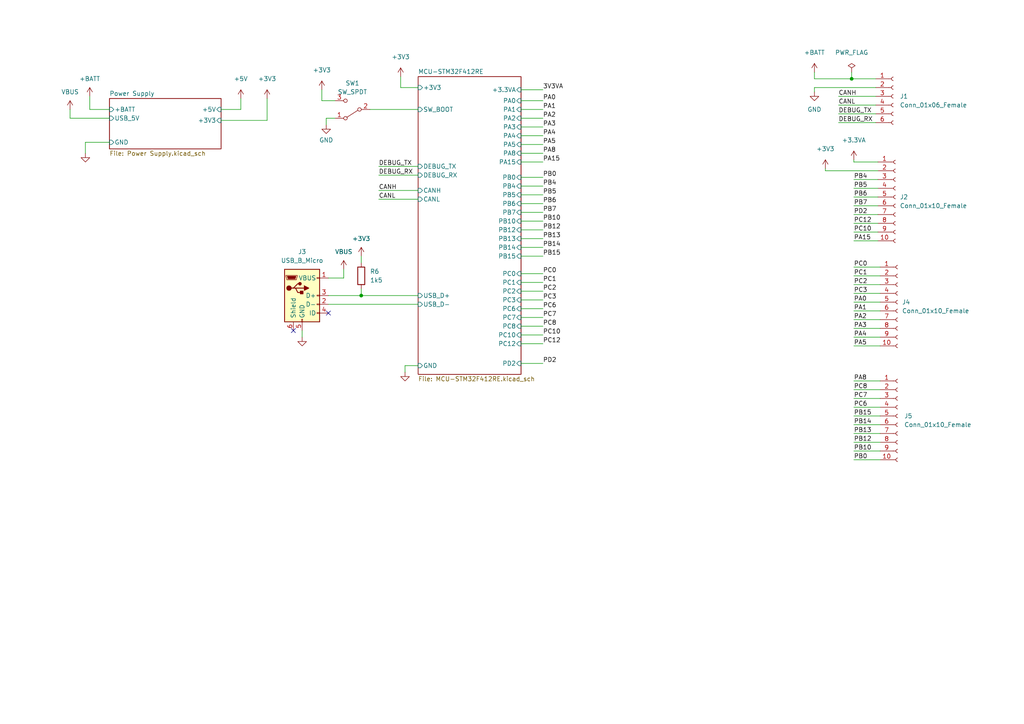
<source format=kicad_sch>
(kicad_sch (version 20211123) (generator eeschema)
  (paper "A4")
  (title_block (title "stm32-som") (rev "0.1") (company "Flyover Embedded"))
  (lib_symbols
    (symbol "Connector:Conn_01x06_Female" (pin_names (offset 1.016) hide)
      (property "Reference" "J" (at 0 7.62 0))
      (property "Value" "Conn_01x06_Female" (at 0 -10.16 0))
      (symbol "Conn_01x06_Female_1_1"
        (arc (start 0 -7.112) (mid -0.508 -7.62) (end 0 -8.128) (stroke (width 0.1524)))
        (arc (start 0 -4.572) (mid -0.508 -5.08) (end 0 -5.588) (stroke (width 0.1524)))
        (arc (start 0 -2.032) (mid -0.508 -2.54) (end 0 -3.048) (stroke (width 0.1524)))
        (polyline (pts (xy -1.27 -7.62) (xy -0.508 -7.62)) (stroke (width 0.1524)))
        (polyline (pts (xy -1.27 -5.08) (xy -0.508 -5.08)) (stroke (width 0.1524)))
        (polyline (pts (xy -1.27 -2.54) (xy -0.508 -2.54)) (stroke (width 0.1524)))
        (polyline (pts (xy -1.27 0) (xy -0.508 0)) (stroke (width 0.1524)))
        (polyline (pts (xy -1.27 2.54) (xy -0.508 2.54)) (stroke (width 0.1524)))
        (polyline (pts (xy -1.27 5.08) (xy -0.508 5.08)) (stroke (width 0.1524)))
        (arc (start 0 0.508) (mid -0.508 0) (end 0 -0.508) (stroke (width 0.1524)))
        (arc (start 0 3.048) (mid -0.508 2.54) (end 0 2.032) (stroke (width 0.1524)))
        (arc (start 0 5.588) (mid -0.508 5.08) (end 0 4.572) (stroke (width 0.1524)))
        (pin passive line (at -5.08 5.08 0) (length 3.81) (name "Pin_1") (number "1"))
        (pin passive line (at -5.08 2.54 0) (length 3.81) (name "Pin_2") (number "2"))
        (pin passive line (at -5.08 0 0) (length 3.81) (name "Pin_3") (number "3"))
        (pin passive line (at -5.08 -2.54 0) (length 3.81) (name "Pin_4") (number "4"))
        (pin passive line (at -5.08 -5.08 0) (length 3.81) (name "Pin_5") (number "5"))
        (pin passive line (at -5.08 -7.62 0) (length 3.81) (name "Pin_6") (number "6"))
      )
    )
    (symbol "Connector:Conn_01x10_Female" (pin_names (offset 1.016) hide)
      (property "Reference" "J" (at 0 12.7 0))
      (property "Value" "Conn_01x10_Female" (at 0 -15.24 0))
      (symbol "Conn_01x10_Female_1_1"
        (arc (start 0 -12.192) (mid -0.508 -12.7) (end 0 -13.208) (stroke (width 0.1524)))
        (arc (start 0 -9.652) (mid -0.508 -10.16) (end 0 -10.668) (stroke (width 0.1524)))
        (arc (start 0 -7.112) (mid -0.508 -7.62) (end 0 -8.128) (stroke (width 0.1524)))
        (arc (start 0 -4.572) (mid -0.508 -5.08) (end 0 -5.588) (stroke (width 0.1524)))
        (arc (start 0 -2.032) (mid -0.508 -2.54) (end 0 -3.048) (stroke (width 0.1524)))
        (polyline (pts (xy -1.27 -12.7) (xy -0.508 -12.7)) (stroke (width 0.1524)))
        (polyline (pts (xy -1.27 -10.16) (xy -0.508 -10.16)) (stroke (width 0.1524)))
        (polyline (pts (xy -1.27 -7.62) (xy -0.508 -7.62)) (stroke (width 0.1524)))
        (polyline (pts (xy -1.27 -5.08) (xy -0.508 -5.08)) (stroke (width 0.1524)))
        (polyline (pts (xy -1.27 -2.54) (xy -0.508 -2.54)) (stroke (width 0.1524)))
        (polyline (pts (xy -1.27 0) (xy -0.508 0)) (stroke (width 0.1524)))
        (polyline (pts (xy -1.27 2.54) (xy -0.508 2.54)) (stroke (width 0.1524)))
        (polyline (pts (xy -1.27 5.08) (xy -0.508 5.08)) (stroke (width 0.1524)))
        (polyline (pts (xy -1.27 7.62) (xy -0.508 7.62)) (stroke (width 0.1524)))
        (polyline (pts (xy -1.27 10.16) (xy -0.508 10.16)) (stroke (width 0.1524)))
        (arc (start 0 0.508) (mid -0.508 0) (end 0 -0.508) (stroke (width 0.1524)))
        (arc (start 0 3.048) (mid -0.508 2.54) (end 0 2.032) (stroke (width 0.1524)))
        (arc (start 0 5.588) (mid -0.508 5.08) (end 0 4.572) (stroke (width 0.1524)))
        (arc (start 0 8.128) (mid -0.508 7.62) (end 0 7.112) (stroke (width 0.1524)))
        (arc (start 0 10.668) (mid -0.508 10.16) (end 0 9.652) (stroke (width 0.1524)))
        (pin passive line (at -5.08 10.16 0) (length 3.81) (name "Pin_1") (number "1"))
        (pin passive line (at -5.08 -12.7 0) (length 3.81) (name "Pin_10") (number "10"))
        (pin passive line (at -5.08 7.62 0) (length 3.81) (name "Pin_2") (number "2"))
        (pin passive line (at -5.08 5.08 0) (length 3.81) (name "Pin_3") (number "3"))
        (pin passive line (at -5.08 2.54 0) (length 3.81) (name "Pin_4") (number "4"))
        (pin passive line (at -5.08 0 0) (length 3.81) (name "Pin_5") (number "5"))
        (pin passive line (at -5.08 -2.54 0) (length 3.81) (name "Pin_6") (number "6"))
        (pin passive line (at -5.08 -5.08 0) (length 3.81) (name "Pin_7") (number "7"))
        (pin passive line (at -5.08 -7.62 0) (length 3.81) (name "Pin_8") (number "8"))
        (pin passive line (at -5.08 -10.16 0) (length 3.81) (name "Pin_9") (number "9"))
      )
    )
    (symbol "Connector:USB_B_Micro" (pin_names (offset 1.016))
      (property "Reference" "J" (at -5.08 11.43 0))
      (property "Value" "USB_B_Micro" (at -5.08 8.89 0))
      (symbol "USB_B_Micro_0_1"
        (rectangle (start -5.08 -7.62) (end 5.08 7.62) (stroke (width 0.254)) (fill (type background)))
        (circle (center -3.81 2.159) (radius 0.635) (stroke (width 0.254)) (fill (type outline)))
        (circle (center -0.635 3.429) (radius 0.381) (stroke (width 0.254)) (fill (type outline)))
        (rectangle (start -0.127 -7.62) (end 0.127 -6.858))
        (polyline (pts (xy -1.905 2.159) (xy 0.635 2.159)) (stroke (width 0.254)))
        (polyline (pts (xy -3.175 2.159) (xy -2.54 2.159) (xy -1.27 3.429) (xy -0.635 3.429)) (stroke (width 0.254)))
        (polyline (pts (xy -2.54 2.159) (xy -1.905 2.159) (xy -1.27 0.889) (xy 0 0.889)) (stroke (width 0.254)))
        (polyline (pts (xy 0.635 2.794) (xy 0.635 1.524) (xy 1.905 2.159) (xy 0.635 2.794)) (stroke (width 0.254)) (fill (type outline)))
        (polyline (pts (xy -4.318 5.588) (xy -1.778 5.588) (xy -2.032 4.826) (xy -4.064 4.826) (xy -4.318 5.588)) (fill (type outline)))
        (polyline (pts (xy -4.699 5.842) (xy -4.699 5.588) (xy -4.445 4.826) (xy -4.445 4.572) (xy -1.651 4.572) (xy -1.651 4.826) (xy -1.397 5.588) (xy -1.397 5.842) (xy -4.699 5.842)))
        (rectangle (start 0.254 1.27) (end -0.508 0.508) (stroke (width 0.254)) (fill (type outline)))
        (rectangle (start 5.08 -5.207) (end 4.318 -4.953))
        (rectangle (start 5.08 -2.667) (end 4.318 -2.413))
        (rectangle (start 5.08 -0.127) (end 4.318 0.127))
        (rectangle (start 5.08 4.953) (end 4.318 5.207))
      )
      (symbol "USB_B_Micro_1_1"
        (pin power_out line (at 7.62 5.08 180) (length 2.54) (name "VBUS") (number "1"))
        (pin bidirectional line (at 7.62 -2.54 180) (length 2.54) (name "D-") (number "2"))
        (pin bidirectional line (at 7.62 0 180) (length 2.54) (name "D+") (number "3"))
        (pin passive line (at 7.62 -5.08 180) (length 2.54) (name "ID") (number "4"))
        (pin power_out line (at 0 -10.16 90) (length 2.54) (name "GND") (number "5"))
        (pin passive line (at -2.54 -10.16 90) (length 2.54) (name "Shield") (number "6"))
      )
    )
    (symbol "Device:R" (pin_numbers hide) (pin_names (offset 0))
      (property "Reference" "R" (at 2.032 0 90))
      (property "Value" "R" (at 0 0 90))
      (symbol "R_0_1"
        (rectangle (start -1.016 -2.54) (end 1.016 2.54) (stroke (width 0.254)))
      )
      (symbol "R_1_1"
        (pin passive line (at 0 3.81 270) (length 1.27) (name "~") (number "1"))
        (pin passive line (at 0 -3.81 90) (length 1.27) (name "~") (number "2"))
      )
    )
    (symbol "Switch:SW_SPDT" (pin_names (offset 0) hide)
      (property "Reference" "SW" (at 0 4.318 0))
      (property "Value" "SW_SPDT" (at 0 -5.08 0))
      (symbol "SW_SPDT_0_0"
        (circle (center -2.032 0) (radius 0.508))
        (circle (center 2.032 -2.54) (radius 0.508))
      )
      (symbol "SW_SPDT_0_1"
        (polyline (pts (xy -1.524 0.254) (xy 1.651 2.286)))
        (circle (center 2.032 2.54) (radius 0.508))
      )
      (symbol "SW_SPDT_1_1"
        (pin passive line (at 5.08 2.54 180) (length 2.54) (name "A") (number "1"))
        (pin passive line (at -5.08 0 0) (length 2.54) (name "B") (number "2"))
        (pin passive line (at 5.08 -2.54 180) (length 2.54) (name "C") (number "3"))
      )
    )
    (symbol "power:+3.3VA" (power) (pin_names (offset 0))
      (property "Value" "+3.3VA" (at 0 3.556 0))
      (symbol "+3.3VA_0_1"
        (polyline (pts (xy -0.762 1.27) (xy 0 2.54)))
        (polyline (pts (xy 0 0) (xy 0 2.54)))
        (polyline (pts (xy 0 2.54) (xy 0.762 1.27)))
      )
      (symbol "+3.3VA_1_1"
        (pin power_in line (at 0 0 90) (length 0) hide (name "+3.3VA") (number "1"))
      )
    )
    (symbol "power:+3V3" (power) (pin_names (offset 0))
      (property "Value" "+3V3" (at 0 3.556 0))
      (symbol "+3V3_0_1"
        (polyline (pts (xy -0.762 1.27) (xy 0 2.54)))
        (polyline (pts (xy 0 0) (xy 0 2.54)))
        (polyline (pts (xy 0 2.54) (xy 0.762 1.27)))
      )
      (symbol "+3V3_1_1"
        (pin power_in line (at 0 0 90) (length 0) hide (name "+3V3") (number "1"))
      )
    )
    (symbol "power:+5V" (power) (pin_names (offset 0))
      (property "Value" "+5V" (at 0 3.556 0))
      (symbol "+5V_0_1"
        (polyline (pts (xy -0.762 1.27) (xy 0 2.54)))
        (polyline (pts (xy 0 0) (xy 0 2.54)))
        (polyline (pts (xy 0 2.54) (xy 0.762 1.27)))
      )
      (symbol "+5V_1_1"
        (pin power_in line (at 0 0 90) (length 0) hide (name "+5V") (number "1"))
      )
    )
    (symbol "power:+BATT" (power) (pin_names (offset 0))
      (property "Value" "+BATT" (at 0 3.556 0))
      (symbol "+BATT_0_1"
        (polyline (pts (xy -0.762 1.27) (xy 0 2.54)))
        (polyline (pts (xy 0 0) (xy 0 2.54)))
        (polyline (pts (xy 0 2.54) (xy 0.762 1.27)))
      )
      (symbol "+BATT_1_1"
        (pin power_in line (at 0 0 90) (length 0) hide (name "+BATT") (number "1"))
      )
    )
    (symbol "power:GND" (power) (pin_names (offset 0))
      (property "Value" "GND" (at 0 -3.81 0))
      (symbol "GND_0_1"
        (polyline (pts (xy 0 0) (xy 0 -1.27) (xy 1.27 -1.27) (xy 0 -2.54) (xy -1.27 -1.27) (xy 0 -1.27)))
      )
      (symbol "GND_1_1"
        (pin power_in line (at 0 0 270) (length 0) hide (name "GND") (number "1"))
      )
    )
    (symbol "power:PWR_FLAG" (power) (pin_numbers hide) (pin_names (offset 0) hide)
      (property "Value" "PWR_FLAG" (at 0 3.81 0))
      (symbol "PWR_FLAG_0_0"
        (pin power_out line (at 0 0 90) (length 0) (name "pwr") (number "1"))
      )
      (symbol "PWR_FLAG_0_1"
        (polyline (pts (xy 0 0) (xy 0 1.27) (xy -1.016 1.905) (xy 0 2.54) (xy 1.016 1.905) (xy 0 1.27)))
      )
    )
    (symbol "power:VBUS" (power) (pin_names (offset 0))
      (property "Value" "VBUS" (at 0 3.81 0))
      (symbol "VBUS_0_1"
        (polyline (pts (xy -0.762 1.27) (xy 0 2.54)))
        (polyline (pts (xy 0 0) (xy 0 2.54)))
        (polyline (pts (xy 0 2.54) (xy 0.762 1.27)))
      )
      (symbol "VBUS_1_1"
        (pin power_in line (at 0 0 90) (length 0) hide (name "VBUS") (number "1"))
      )
    )
  )
  (junction (at 247.015 22.86))
  (junction (at 104.775 85.725))
  (no_connect (at 95.25 90.805))
  (no_connect (at 85.09 95.885))
  (wire (pts (xy 26.035 27.94) (xy 26.035 31.75)))
  (wire (pts (xy 64.135 34.925) (xy 77.47 34.925)))
  (wire (pts (xy 247.015 22.86) (xy 254 22.86)))
  (wire (pts (xy 151.13 79.375) (xy 157.48 79.375)))
  (wire (pts (xy 94.615 34.29) (xy 97.155 34.29)))
  (wire (pts (xy 247.65 69.85) (xy 254.635 69.85)))
  (wire (pts (xy 104.775 85.725) (xy 121.285 85.725)))
  (wire (pts (xy 247.65 92.71) (xy 255.27 92.71)))
  (wire (pts (xy 151.13 53.975) (xy 157.48 53.975)))
  (wire (pts (xy 151.13 56.515) (xy 157.48 56.515)))
  (wire (pts (xy 243.205 33.02) (xy 254 33.02)))
  (wire (pts (xy 95.25 88.265) (xy 121.285 88.265)))
  (wire (pts (xy 99.695 78.105) (xy 99.695 80.645)))
  (wire (pts (xy 77.47 34.925) (xy 77.47 28.575)))
  (wire (pts (xy 151.13 74.295) (xy 157.48 74.295)))
  (wire (pts (xy 151.13 105.41) (xy 157.48 105.41)))
  (wire (pts (xy 247.65 110.49) (xy 255.27 110.49)))
  (wire (pts (xy 151.13 29.21) (xy 157.48 29.21)))
  (wire (pts (xy 247.65 130.81) (xy 255.27 130.81)))
  (wire (pts (xy 151.13 66.675) (xy 157.48 66.675)))
  (wire (pts (xy 151.13 51.435) (xy 157.48 51.435)))
  (wire (pts (xy 247.65 64.77) (xy 254.635 64.77)))
  (wire (pts (xy 247.65 128.27) (xy 255.27 128.27)))
  (wire (pts (xy 247.65 90.17) (xy 255.27 90.17)))
  (wire (pts (xy 87.63 95.885) (xy 87.63 97.79)))
  (wire (pts (xy 247.015 20.955) (xy 247.015 22.86)))
  (wire (pts (xy 151.13 34.29) (xy 157.48 34.29)))
  (wire (pts (xy 247.65 54.61) (xy 254.635 54.61)))
  (wire (pts (xy 247.65 120.65) (xy 255.27 120.65)))
  (wire (pts (xy 107.315 31.75) (xy 121.285 31.75)))
  (wire (pts (xy 236.22 22.86) (xy 247.015 22.86)))
  (wire (pts (xy 151.13 89.535) (xy 157.48 89.535)))
  (wire (pts (xy 93.345 29.21) (xy 97.155 29.21)))
  (wire (pts (xy 109.855 57.785) (xy 121.285 57.785)))
  (wire (pts (xy 151.13 44.45) (xy 157.48 44.45)))
  (wire (pts (xy 99.695 80.645) (xy 95.25 80.645)))
  (wire (pts (xy 151.13 26.035) (xy 157.48 26.035)))
  (wire (pts (xy 243.205 30.48) (xy 254 30.48)))
  (wire (pts (xy 247.65 57.15) (xy 254.635 57.15)))
  (wire (pts (xy 247.65 77.47) (xy 255.27 77.47)))
  (wire (pts (xy 151.13 71.755) (xy 157.48 71.755)))
  (wire (pts (xy 247.65 85.09) (xy 255.27 85.09)))
  (wire (pts (xy 151.13 84.455) (xy 157.48 84.455)))
  (wire (pts (xy 151.13 39.37) (xy 157.48 39.37)))
  (wire (pts (xy 109.855 55.245) (xy 121.285 55.245)))
  (wire (pts (xy 151.13 59.055) (xy 157.48 59.055)))
  (wire (pts (xy 247.65 123.19) (xy 255.27 123.19)))
  (wire (pts (xy 117.475 107.95) (xy 117.475 106.045)))
  (wire (pts (xy 254.635 49.53) (xy 239.395 49.53)))
  (wire (pts (xy 151.13 36.83) (xy 157.48 36.83)))
  (wire (pts (xy 151.13 81.915) (xy 157.48 81.915)))
  (wire (pts (xy 243.205 27.94) (xy 254 27.94)))
  (wire (pts (xy 95.25 85.725) (xy 104.775 85.725)))
  (wire (pts (xy 236.22 25.4) (xy 254 25.4)))
  (wire (pts (xy 247.65 113.03) (xy 255.27 113.03)))
  (wire (pts (xy 24.765 44.45) (xy 24.765 41.275)))
  (wire (pts (xy 247.65 133.35) (xy 255.27 133.35)))
  (wire (pts (xy 109.855 48.26) (xy 121.285 48.26)))
  (wire (pts (xy 247.65 62.23) (xy 254.635 62.23)))
  (wire (pts (xy 117.475 106.045) (xy 121.285 106.045)))
  (wire (pts (xy 247.65 46.355) (xy 247.65 46.99)))
  (wire (pts (xy 247.65 115.57) (xy 255.27 115.57)))
  (wire (pts (xy 243.205 35.56) (xy 254 35.56)))
  (wire (pts (xy 247.65 82.55) (xy 255.27 82.55)))
  (wire (pts (xy 151.13 41.91) (xy 157.48 41.91)))
  (wire (pts (xy 247.65 95.25) (xy 255.27 95.25)))
  (wire (pts (xy 247.65 100.33) (xy 255.27 100.33)))
  (wire (pts (xy 104.775 74.295) (xy 104.775 76.2)))
  (wire (pts (xy 247.65 80.01) (xy 255.27 80.01)))
  (wire (pts (xy 94.615 36.195) (xy 94.615 34.29)))
  (wire (pts (xy 247.65 59.69) (xy 254.635 59.69)))
  (wire (pts (xy 69.85 31.75) (xy 64.135 31.75)))
  (wire (pts (xy 247.65 125.73) (xy 255.27 125.73)))
  (wire (pts (xy 151.13 99.695) (xy 157.48 99.695)))
  (wire (pts (xy 20.32 31.75) (xy 20.32 34.29)))
  (wire (pts (xy 247.65 67.31) (xy 254.635 67.31)))
  (wire (pts (xy 247.65 46.99) (xy 254.635 46.99)))
  (wire (pts (xy 247.65 87.63) (xy 255.27 87.63)))
  (wire (pts (xy 151.13 69.215) (xy 157.48 69.215)))
  (wire (pts (xy 151.13 64.135) (xy 157.48 64.135)))
  (wire (pts (xy 116.205 25.4) (xy 121.285 25.4)))
  (wire (pts (xy 151.13 94.615) (xy 157.48 94.615)))
  (wire (pts (xy 24.765 41.275) (xy 31.75 41.275)))
  (wire (pts (xy 116.205 22.225) (xy 116.205 25.4)))
  (wire (pts (xy 236.22 26.67) (xy 236.22 25.4)))
  (wire (pts (xy 247.65 97.79) (xy 255.27 97.79)))
  (wire (pts (xy 93.345 26.035) (xy 93.345 29.21)))
  (wire (pts (xy 20.32 34.29) (xy 31.75 34.29)))
  (wire (pts (xy 69.85 28.575) (xy 69.85 31.75)))
  (wire (pts (xy 239.395 49.53) (xy 239.395 48.895)))
  (wire (pts (xy 151.13 46.99) (xy 157.48 46.99)))
  (wire (pts (xy 247.65 52.07) (xy 254.635 52.07)))
  (wire (pts (xy 109.855 50.8) (xy 121.285 50.8)))
  (wire (pts (xy 104.775 83.82) (xy 104.775 85.725)))
  (wire (pts (xy 151.13 97.155) (xy 157.48 97.155)))
  (wire (pts (xy 151.13 92.075) (xy 157.48 92.075)))
  (wire (pts (xy 26.035 31.75) (xy 31.75 31.75)))
  (wire (pts (xy 151.13 31.75) (xy 157.48 31.75)))
  (wire (pts (xy 151.13 61.595) (xy 157.48 61.595)))
  (wire (pts (xy 236.22 20.955) (xy 236.22 22.86)))
  (wire (pts (xy 151.13 86.995) (xy 157.48 86.995)))
  (wire (pts (xy 247.65 118.11) (xy 255.27 118.11)))
  (label "PA0" (at 247.65 87.63 0))
  (label "PB13" (at 247.65 125.73 0))
  (label "DEBUG_RX" (at 109.855 50.8 0))
  (label "PA5" (at 157.48 41.91 0))
  (label "PC3" (at 157.48 86.995 0))
  (label "PC12" (at 247.65 64.77 0))
  (label "PB6" (at 157.48 59.055 0))
  (label "PC1" (at 157.48 81.915 0))
  (label "PC7" (at 247.65 115.57 0))
  (label "PA3" (at 247.65 95.25 0))
  (label "PB14" (at 247.65 123.19 0))
  (label "PA0" (at 157.48 29.21 0))
  (label "PC6" (at 247.65 118.11 0))
  (label "PB4" (at 247.65 52.07 0))
  (label "PA2" (at 157.48 34.29 0))
  (label "CANH" (at 109.855 55.245 0))
  (label "PB5" (at 157.48 56.515 0))
  (label "DEBUG_TX" (at 109.855 48.26 0))
  (label "PB12" (at 157.48 66.675 0))
  (label "PC6" (at 157.48 89.535 0))
  (label "PB12" (at 247.65 128.27 0))
  (label "PA1" (at 157.48 31.75 0))
  (label "PA8" (at 157.48 44.45 0))
  (label "PC2" (at 247.65 82.55 0))
  (label "PA8" (at 247.65 110.49 0))
  (label "PA2" (at 247.65 92.71 0))
  (label "PB10" (at 247.65 130.81 0))
  (label "PA15" (at 157.48 46.99 0))
  (label "PC3" (at 247.65 85.09 0))
  (label "PB0" (at 157.48 51.435 0))
  (label "DEBUG_TX" (at 243.205 33.02 0))
  (label "CANL" (at 109.855 57.785 0))
  (label "PA4" (at 157.48 39.37 0))
  (label "PC8" (at 157.48 94.615 0))
  (label "PA1" (at 247.65 90.17 0))
  (label "PB10" (at 157.48 64.135 0))
  (label "PD2" (at 157.48 105.41 0))
  (label "PB13" (at 157.48 69.215 0))
  (label "CANH" (at 243.205 27.94 0))
  (label "PB4" (at 157.48 53.975 0))
  (label "PA5" (at 247.65 100.33 0))
  (label "PB15" (at 247.65 120.65 0))
  (label "PC0" (at 247.65 77.47 0))
  (label "PB5" (at 247.65 54.61 0))
  (label "PC0" (at 157.48 79.375 0))
  (label "PC10" (at 247.65 67.31 0))
  (label "PB6" (at 247.65 57.15 0))
  (label "PA4" (at 247.65 97.79 0))
  (label "PB0" (at 247.65 133.35 0))
  (label "PA3" (at 157.48 36.83 0))
  (label "PC8" (at 247.65 113.03 0))
  (label "PB7" (at 157.48 61.595 0))
  (label "CANL" (at 243.205 30.48 0))
  (label "PC2" (at 157.48 84.455 0))
  (label "DEBUG_RX" (at 243.205 35.56 0))
  (label "PB7" (at 247.65 59.69 0))
  (label "PC1" (at 247.65 80.01 0))
  (label "PC7" (at 157.48 92.075 0))
  (label "3V3VA" (at 157.48 26.035 0))
  (label "PD2" (at 247.65 62.23 0))
  (label "PA15" (at 247.65 69.85 0))
  (label "PB15" (at 157.48 74.295 0))
  (label "PB14" (at 157.48 71.755 0))
  (label "PC10" (at 157.48 97.155 0))
  (label "PC12" (at 157.48 99.695 0))
  (symbol (lib_id "power:PWR_FLAG") (at 247.015 20.955 0) (unit 1)
    (property "Reference" "#FLG0101" (effects hide))
    (property "Value" "PWR_FLAG" (at 247.015 15.24 0))
  )
  (symbol (lib_id "power:+3V3") (at 77.47 28.575 0) (unit 1)
    (property "Reference" "#PWR018" (effects hide))
    (property "Value" "+3V3" (at 77.47 22.86 0))
  )
  (symbol (lib_id "power:+BATT") (at 236.22 20.955 0) (unit 1)
    (property "Reference" "#PWR07" (effects hide))
    (property "Value" "+BATT" (at 236.22 15.24 0))
  )
  (symbol (lib_id "Connector:Conn_01x06_Female") (at 259.08 27.94 0) (unit 1)
    (property "Reference" "J1" (at 260.985 27.9399 0) (effects (justify left)))
    (property "Value" "Conn_01x06_Female" (at 260.985 30.4799 0) (effects (justify left)))
    (property "Footprint" "custom-footprints:1x6p-2.54mm-castellated" (effects hide))
  )
  (symbol (lib_id "power:VBUS") (at 20.32 31.75 0) (unit 1)
    (property "Reference" "#PWR019" (effects hide))
    (property "Value" "VBUS" (at 20.32 26.67 0))
  )
  (symbol (lib_id "power:GND") (at 24.765 44.45 0) (unit 1)
    (property "Reference" "#PWR021" (effects hide))
    (property "Value" "GND" (effects hide))
  )
  (symbol (lib_id "power:+3V3") (at 239.395 48.895 0) (unit 1)
    (property "Reference" "#PWR023" (effects hide))
    (property "Value" "+3V3" (at 239.395 43.18 0))
  )
  (symbol (lib_id "Connector:Conn_01x10_Female") (at 260.35 87.63 0) (unit 1)
    (property "Reference" "J4" (at 261.62 87.6299 0) (effects (justify left)))
    (property "Value" "Conn_01x10_Female" (at 261.62 90.1699 0) (effects (justify left)))
    (property "Footprint" "custom-footprints:1x10p-2.54mm-castellated" (effects hide))
  )
  (symbol (lib_id "power:+3V3") (at 104.775 74.295 0) (unit 1)
    (property "Reference" "#PWR024" (effects hide))
    (property "Value" "+3V3" (at 104.775 69.215 0))
  )
  (symbol (lib_id "Switch:SW_SPDT") (at 102.235 31.75 180) (unit 1)
    (property "Reference" "SW1" (at 102.235 24.13 0))
    (property "Value" "SW_SPDT" (at 102.235 26.67 0))
    (property "Footprint" "Button_Switch_SMD:SW_SPDT_PCM12" (effects hide))
  )
  (symbol (lib_id "Connector:Conn_01x10_Female") (at 259.715 57.15 0) (unit 1)
    (property "Reference" "J2" (at 260.985 57.1499 0) (effects (justify left)))
    (property "Value" "Conn_01x10_Female" (at 260.985 59.6899 0) (effects (justify left)))
    (property "Footprint" "custom-footprints:1x10p-2.54mm-castellated" (effects hide))
  )
  (symbol (lib_id "power:+3.3VA") (at 247.65 46.355 0) (unit 1)
    (property "Reference" "#PWR022" (effects hide))
    (property "Value" "+3.3VA" (at 247.65 40.64 0))
  )
  (symbol (lib_id "power:VBUS") (at 99.695 78.105 0) (unit 1)
    (property "Reference" "#PWR025" (effects hide))
    (property "Value" "VBUS" (at 99.695 73.025 0))
  )
  (symbol (lib_id "Device:R") (at 104.775 80.01 0) (unit 1)
    (property "Reference" "R6" (at 107.315 78.7399 0) (effects (justify left)))
    (property "Value" "1k5" (at 107.315 81.2799 0) (effects (justify left)))
    (property "Footprint" "Resistor_SMD:R_0402_1005Metric" (effects hide))
  )
  (symbol (lib_id "power:GND") (at 87.63 97.79 0) (unit 1)
    (property "Reference" "#PWR026" (effects hide))
    (property "Value" "GND" (effects hide))
  )
  (symbol (lib_id "power:+5V") (at 69.85 28.575 0) (unit 1)
    (property "Reference" "#PWR017" (effects hide))
    (property "Value" "+5V" (at 69.85 22.86 0))
  )
  (symbol (lib_id "Connector:USB_B_Micro") (at 87.63 85.725 0) (unit 1)
    (property "Reference" "J3" (at 87.63 73.025 0))
    (property "Value" "USB_B_Micro" (at 87.63 75.565 0))
    (property "Footprint" "Connector_USB:USB_Micro-B_Amphenol_10118194_Horizontal" (effects hide))
    (property "JLC" "C132563" (effects hide))
  )
  (symbol (lib_id "Connector:Conn_01x10_Female") (at 260.35 120.65 0) (unit 1)
    (property "Reference" "J5" (at 262.255 120.6499 0) (effects (justify left)))
    (property "Value" "Conn_01x10_Female" (at 262.255 123.1899 0) (effects (justify left)))
    (property "Footprint" "custom-footprints:1x10p-2.54mm-castellated" (effects hide))
  )
  (symbol (lib_id "power:GND") (at 94.615 36.195 0) (unit 1)
    (property "Reference" "#PWR020" (effects hide))
    (property "Value" "GND" (at 94.615 40.64 0))
  )
  (symbol (lib_id "power:+3V3") (at 93.345 26.035 0) (unit 1)
    (property "Reference" "#PWR014" (effects hide))
    (property "Value" "+3V3" (at 93.345 20.32 0))
  )
  (symbol (lib_id "power:GND") (at 117.475 107.95 0) (unit 1)
    (property "Reference" "#PWR027" (effects hide))
    (property "Value" "GND" (effects hide))
  )
  (symbol (lib_id "power:+3V3") (at 116.205 22.225 0) (unit 1)
    (property "Reference" "#PWR013" (effects hide))
    (property "Value" "+3V3" (at 116.205 16.51 0))
  )
  (symbol (lib_id "power:+BATT") (at 26.035 27.94 0) (unit 1)
    (property "Reference" "#PWR016" (effects hide))
    (property "Value" "+BATT" (at 26.035 22.86 0))
  )
  (symbol (lib_id "power:GND") (at 236.22 26.67 0) (unit 1)
    (property "Reference" "#PWR015" (effects hide))
    (property "Value" "GND" (at 236.22 31.75 0))
  )
  (sheet (at 121.285 22.225) (size 29.845 86.36) (stroke (width 0.1524))
    (property "Sheet name" "MCU-STM32F412RE" (at 121.285 21.5134 0) (effects (justify left bottom)))
    (property "Sheet file" "MCU-STM32F412RE.kicad_sch" (at 121.285 109.1696 0) (effects (justify left top)))
    (pin "PA2" input (at 151.13 34.29 0))
    (pin "PA3" input (at 151.13 36.83 0))
    (pin "PA5" input (at 151.13 41.91 0))
    (pin "PA4" input (at 151.13 39.37 0))
    (pin "PA1" input (at 151.13 31.75 0))
    (pin "PC0" input (at 151.13 79.375 0))
    (pin "PC1" input (at 151.13 81.915 0))
    (pin "PD2" input (at 151.13 105.41 0))
    (pin "PC2" input (at 151.13 84.455 0))
    (pin "PC6" input (at 151.13 89.535 0))
    (pin "PC3" input (at 151.13 86.995 0))
    (pin "PC8" input (at 151.13 94.615 0))
    (pin "PC7" input (at 151.13 92.075 0))
    (pin "SW_BOOT" input (at 121.285 31.75 180))
    (pin "GND" input (at 121.285 106.045 180))
    (pin "PB12" input (at 151.13 66.675 0))
    (pin "PB10" input (at 151.13 64.135 0))
    (pin "+3V3" input (at 121.285 25.4 180))
    (pin "+3.3VA" input (at 151.13 26.035 0))
    (pin "PA8" input (at 151.13 44.45 0))
    (pin "PB0" input (at 151.13 51.435 0))
    (pin "PA15" input (at 151.13 46.99 0))
    (pin "PB7" input (at 151.13 61.595 0))
    (pin "PB5" input (at 151.13 56.515 0))
    (pin "PB4" input (at 151.13 53.975 0))
    (pin "PB6" input (at 151.13 59.055 0))
    (pin "PC12" input (at 151.13 99.695 0))
    (pin "PC10" input (at 151.13 97.155 0))
    (pin "PA0" input (at 151.13 29.21 0))
    (pin "CANL" input (at 121.285 57.785 180))
    (pin "CANH" input (at 121.285 55.245 180))
    (pin "DEBUG_RX" input (at 121.285 50.8 180))
    (pin "DEBUG_TX" input (at 121.285 48.26 180))
    (pin "USB_D-" input (at 121.285 88.265 180))
    (pin "USB_D+" input (at 121.285 85.725 180))
    (pin "PB13" input (at 151.13 69.215 0))
    (pin "PB14" input (at 151.13 71.755 0))
    (pin "PB15" input (at 151.13 74.295 0))
  )
  (sheet (at 31.75 28.575) (size 32.385 14.605) (stroke (width 0.1524))
    (property "Sheet name" "Power Supply" (at 31.75 27.8634 0) (effects (justify left bottom)))
    (property "Sheet file" "Power Supply.kicad_sch" (at 31.75 43.7646 0) (effects (justify left top)))
    (pin "+BATT" input (at 31.75 31.75 180))
    (pin "GND" input (at 31.75 41.275 180))
    (pin "+5V" input (at 64.135 31.75 0))
    (pin "+3V3" input (at 64.135 34.925 0))
    (pin "USB_5V" input (at 31.75 34.29 180))
  )
)
</source>
